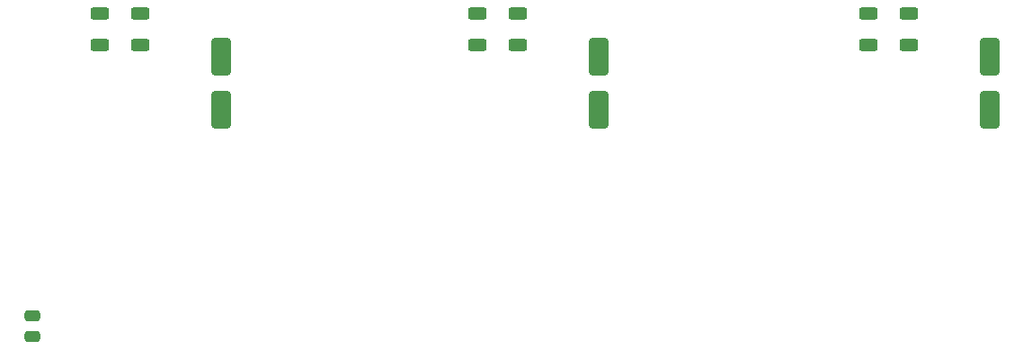
<source format=gbr>
%TF.GenerationSoftware,KiCad,Pcbnew,9.0.7*%
%TF.CreationDate,2026-02-09T15:58:26+01:00*%
%TF.ProjectId,SaunaPCB,5361756e-6150-4434-922e-6b696361645f,0.0.1*%
%TF.SameCoordinates,Original*%
%TF.FileFunction,Paste,Bot*%
%TF.FilePolarity,Positive*%
%FSLAX46Y46*%
G04 Gerber Fmt 4.6, Leading zero omitted, Abs format (unit mm)*
G04 Created by KiCad (PCBNEW 9.0.7) date 2026-02-09 15:58:26*
%MOMM*%
%LPD*%
G01*
G04 APERTURE LIST*
G04 Aperture macros list*
%AMRoundRect*
0 Rectangle with rounded corners*
0 $1 Rounding radius*
0 $2 $3 $4 $5 $6 $7 $8 $9 X,Y pos of 4 corners*
0 Add a 4 corners polygon primitive as box body*
4,1,4,$2,$3,$4,$5,$6,$7,$8,$9,$2,$3,0*
0 Add four circle primitives for the rounded corners*
1,1,$1+$1,$2,$3*
1,1,$1+$1,$4,$5*
1,1,$1+$1,$6,$7*
1,1,$1+$1,$8,$9*
0 Add four rect primitives between the rounded corners*
20,1,$1+$1,$2,$3,$4,$5,0*
20,1,$1+$1,$4,$5,$6,$7,0*
20,1,$1+$1,$6,$7,$8,$9,0*
20,1,$1+$1,$8,$9,$2,$3,0*%
G04 Aperture macros list end*
%ADD10RoundRect,0.250000X-0.650000X1.500000X-0.650000X-1.500000X0.650000X-1.500000X0.650000X1.500000X0*%
%ADD11RoundRect,0.250000X-0.625000X0.312500X-0.625000X-0.312500X0.625000X-0.312500X0.625000X0.312500X0*%
%ADD12RoundRect,0.250000X0.625000X-0.312500X0.625000X0.312500X-0.625000X0.312500X-0.625000X-0.312500X0*%
%ADD13RoundRect,0.250000X0.475000X-0.250000X0.475000X0.250000X-0.475000X0.250000X-0.475000X-0.250000X0*%
G04 APERTURE END LIST*
D10*
%TO.C,D206*%
X149210000Y-102830000D03*
X149210000Y-107830000D03*
%TD*%
D11*
%TO.C,R207*%
X141590000Y-98787500D03*
X141590000Y-101712500D03*
%TD*%
D12*
%TO.C,R206*%
X210170000Y-101712500D03*
X210170000Y-98787500D03*
%TD*%
D10*
%TO.C,D207*%
X184770000Y-102830000D03*
X184770000Y-107830000D03*
%TD*%
D11*
%TO.C,R209*%
X213980000Y-98787500D03*
X213980000Y-101712500D03*
%TD*%
%TO.C,R208*%
X177150000Y-98787500D03*
X177150000Y-101712500D03*
%TD*%
D13*
%TO.C,C206*%
X131430000Y-129140000D03*
X131430000Y-127240000D03*
%TD*%
D12*
%TO.C,R205*%
X173340000Y-101712500D03*
X173340000Y-98787500D03*
%TD*%
%TO.C,R204*%
X137780000Y-101712500D03*
X137780000Y-98787500D03*
%TD*%
D10*
%TO.C,D208*%
X221600000Y-102830000D03*
X221600000Y-107830000D03*
%TD*%
M02*

</source>
